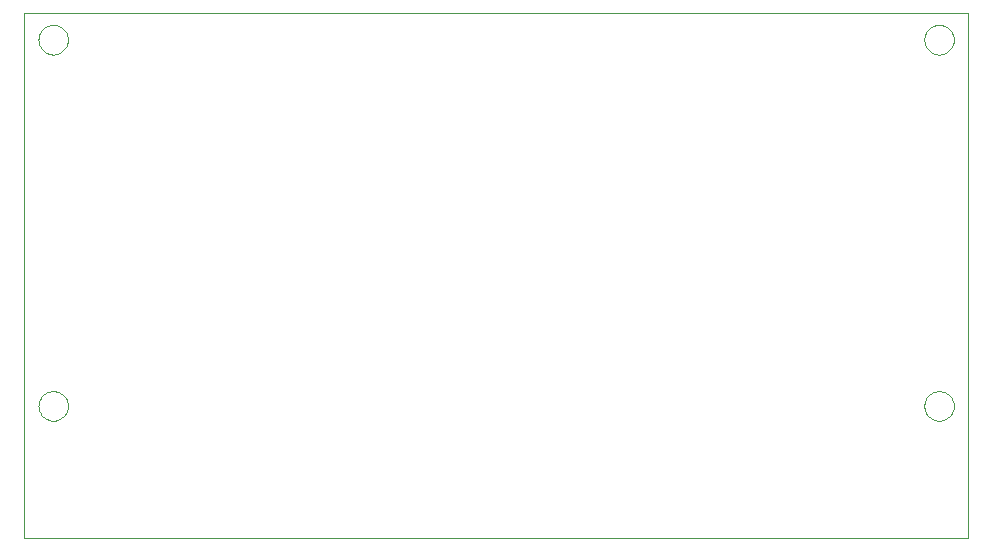
<source format=gko>
G75*
G70*
%OFA0B0*%
%FSLAX24Y24*%
%IPPOS*%
%LPD*%
%AMOC8*
5,1,8,0,0,1.08239X$1,22.5*
%
%ADD10C,0.0000*%
D10*
X000181Y000282D02*
X000181Y017782D01*
X031674Y017782D01*
X031674Y000282D01*
X000181Y000282D01*
X000676Y004680D02*
X000678Y004724D01*
X000684Y004768D01*
X000694Y004811D01*
X000707Y004853D01*
X000725Y004893D01*
X000746Y004932D01*
X000770Y004969D01*
X000797Y005004D01*
X000828Y005036D01*
X000861Y005065D01*
X000897Y005091D01*
X000935Y005113D01*
X000975Y005132D01*
X001016Y005148D01*
X001059Y005160D01*
X001102Y005168D01*
X001146Y005172D01*
X001190Y005172D01*
X001234Y005168D01*
X001277Y005160D01*
X001320Y005148D01*
X001361Y005132D01*
X001401Y005113D01*
X001439Y005091D01*
X001475Y005065D01*
X001508Y005036D01*
X001539Y005004D01*
X001566Y004969D01*
X001590Y004932D01*
X001611Y004893D01*
X001629Y004853D01*
X001642Y004811D01*
X001652Y004768D01*
X001658Y004724D01*
X001660Y004680D01*
X001658Y004636D01*
X001652Y004592D01*
X001642Y004549D01*
X001629Y004507D01*
X001611Y004467D01*
X001590Y004428D01*
X001566Y004391D01*
X001539Y004356D01*
X001508Y004324D01*
X001475Y004295D01*
X001439Y004269D01*
X001401Y004247D01*
X001361Y004228D01*
X001320Y004212D01*
X001277Y004200D01*
X001234Y004192D01*
X001190Y004188D01*
X001146Y004188D01*
X001102Y004192D01*
X001059Y004200D01*
X001016Y004212D01*
X000975Y004228D01*
X000935Y004247D01*
X000897Y004269D01*
X000861Y004295D01*
X000828Y004324D01*
X000797Y004356D01*
X000770Y004391D01*
X000746Y004428D01*
X000725Y004467D01*
X000707Y004507D01*
X000694Y004549D01*
X000684Y004592D01*
X000678Y004636D01*
X000676Y004680D01*
X000676Y016885D02*
X000678Y016929D01*
X000684Y016973D01*
X000694Y017016D01*
X000707Y017058D01*
X000725Y017098D01*
X000746Y017137D01*
X000770Y017174D01*
X000797Y017209D01*
X000828Y017241D01*
X000861Y017270D01*
X000897Y017296D01*
X000935Y017318D01*
X000975Y017337D01*
X001016Y017353D01*
X001059Y017365D01*
X001102Y017373D01*
X001146Y017377D01*
X001190Y017377D01*
X001234Y017373D01*
X001277Y017365D01*
X001320Y017353D01*
X001361Y017337D01*
X001401Y017318D01*
X001439Y017296D01*
X001475Y017270D01*
X001508Y017241D01*
X001539Y017209D01*
X001566Y017174D01*
X001590Y017137D01*
X001611Y017098D01*
X001629Y017058D01*
X001642Y017016D01*
X001652Y016973D01*
X001658Y016929D01*
X001660Y016885D01*
X001658Y016841D01*
X001652Y016797D01*
X001642Y016754D01*
X001629Y016712D01*
X001611Y016672D01*
X001590Y016633D01*
X001566Y016596D01*
X001539Y016561D01*
X001508Y016529D01*
X001475Y016500D01*
X001439Y016474D01*
X001401Y016452D01*
X001361Y016433D01*
X001320Y016417D01*
X001277Y016405D01*
X001234Y016397D01*
X001190Y016393D01*
X001146Y016393D01*
X001102Y016397D01*
X001059Y016405D01*
X001016Y016417D01*
X000975Y016433D01*
X000935Y016452D01*
X000897Y016474D01*
X000861Y016500D01*
X000828Y016529D01*
X000797Y016561D01*
X000770Y016596D01*
X000746Y016633D01*
X000725Y016672D01*
X000707Y016712D01*
X000694Y016754D01*
X000684Y016797D01*
X000678Y016841D01*
X000676Y016885D01*
X030203Y016885D02*
X030205Y016929D01*
X030211Y016973D01*
X030221Y017016D01*
X030234Y017058D01*
X030252Y017098D01*
X030273Y017137D01*
X030297Y017174D01*
X030324Y017209D01*
X030355Y017241D01*
X030388Y017270D01*
X030424Y017296D01*
X030462Y017318D01*
X030502Y017337D01*
X030543Y017353D01*
X030586Y017365D01*
X030629Y017373D01*
X030673Y017377D01*
X030717Y017377D01*
X030761Y017373D01*
X030804Y017365D01*
X030847Y017353D01*
X030888Y017337D01*
X030928Y017318D01*
X030966Y017296D01*
X031002Y017270D01*
X031035Y017241D01*
X031066Y017209D01*
X031093Y017174D01*
X031117Y017137D01*
X031138Y017098D01*
X031156Y017058D01*
X031169Y017016D01*
X031179Y016973D01*
X031185Y016929D01*
X031187Y016885D01*
X031185Y016841D01*
X031179Y016797D01*
X031169Y016754D01*
X031156Y016712D01*
X031138Y016672D01*
X031117Y016633D01*
X031093Y016596D01*
X031066Y016561D01*
X031035Y016529D01*
X031002Y016500D01*
X030966Y016474D01*
X030928Y016452D01*
X030888Y016433D01*
X030847Y016417D01*
X030804Y016405D01*
X030761Y016397D01*
X030717Y016393D01*
X030673Y016393D01*
X030629Y016397D01*
X030586Y016405D01*
X030543Y016417D01*
X030502Y016433D01*
X030462Y016452D01*
X030424Y016474D01*
X030388Y016500D01*
X030355Y016529D01*
X030324Y016561D01*
X030297Y016596D01*
X030273Y016633D01*
X030252Y016672D01*
X030234Y016712D01*
X030221Y016754D01*
X030211Y016797D01*
X030205Y016841D01*
X030203Y016885D01*
X030203Y004680D02*
X030205Y004724D01*
X030211Y004768D01*
X030221Y004811D01*
X030234Y004853D01*
X030252Y004893D01*
X030273Y004932D01*
X030297Y004969D01*
X030324Y005004D01*
X030355Y005036D01*
X030388Y005065D01*
X030424Y005091D01*
X030462Y005113D01*
X030502Y005132D01*
X030543Y005148D01*
X030586Y005160D01*
X030629Y005168D01*
X030673Y005172D01*
X030717Y005172D01*
X030761Y005168D01*
X030804Y005160D01*
X030847Y005148D01*
X030888Y005132D01*
X030928Y005113D01*
X030966Y005091D01*
X031002Y005065D01*
X031035Y005036D01*
X031066Y005004D01*
X031093Y004969D01*
X031117Y004932D01*
X031138Y004893D01*
X031156Y004853D01*
X031169Y004811D01*
X031179Y004768D01*
X031185Y004724D01*
X031187Y004680D01*
X031185Y004636D01*
X031179Y004592D01*
X031169Y004549D01*
X031156Y004507D01*
X031138Y004467D01*
X031117Y004428D01*
X031093Y004391D01*
X031066Y004356D01*
X031035Y004324D01*
X031002Y004295D01*
X030966Y004269D01*
X030928Y004247D01*
X030888Y004228D01*
X030847Y004212D01*
X030804Y004200D01*
X030761Y004192D01*
X030717Y004188D01*
X030673Y004188D01*
X030629Y004192D01*
X030586Y004200D01*
X030543Y004212D01*
X030502Y004228D01*
X030462Y004247D01*
X030424Y004269D01*
X030388Y004295D01*
X030355Y004324D01*
X030324Y004356D01*
X030297Y004391D01*
X030273Y004428D01*
X030252Y004467D01*
X030234Y004507D01*
X030221Y004549D01*
X030211Y004592D01*
X030205Y004636D01*
X030203Y004680D01*
M02*

</source>
